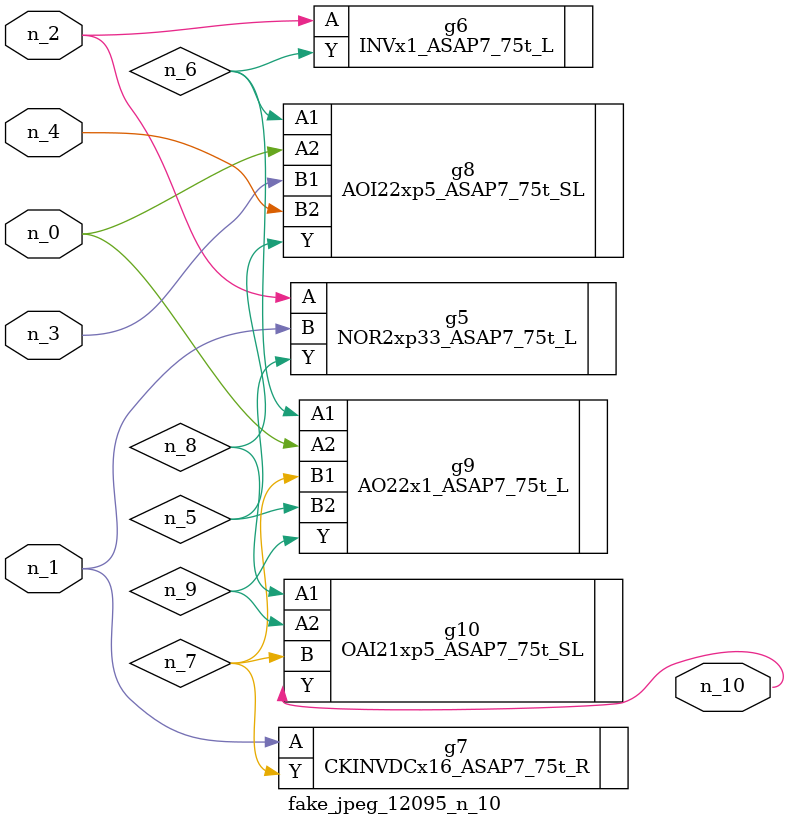
<source format=v>
module fake_jpeg_12095_n_10 (n_3, n_2, n_1, n_0, n_4, n_10);

input n_3;
input n_2;
input n_1;
input n_0;
input n_4;

output n_10;

wire n_8;
wire n_9;
wire n_6;
wire n_5;
wire n_7;

NOR2xp33_ASAP7_75t_L g5 ( 
.A(n_2),
.B(n_1),
.Y(n_5)
);

INVx1_ASAP7_75t_L g6 ( 
.A(n_2),
.Y(n_6)
);

CKINVDCx16_ASAP7_75t_R g7 ( 
.A(n_1),
.Y(n_7)
);

AOI22xp5_ASAP7_75t_SL g8 ( 
.A1(n_6),
.A2(n_0),
.B1(n_3),
.B2(n_4),
.Y(n_8)
);

OAI21xp5_ASAP7_75t_SL g10 ( 
.A1(n_8),
.A2(n_9),
.B(n_7),
.Y(n_10)
);

AO22x1_ASAP7_75t_L g9 ( 
.A1(n_6),
.A2(n_0),
.B1(n_7),
.B2(n_5),
.Y(n_9)
);


endmodule
</source>
